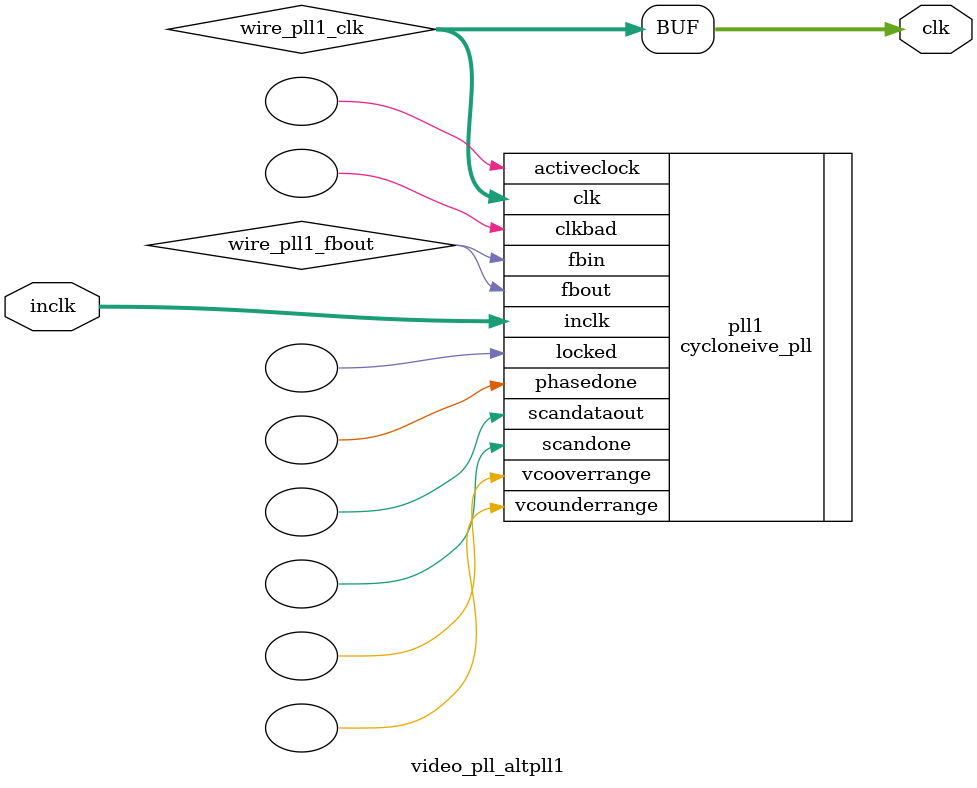
<source format=v>






//synthesis_resources = cycloneive_pll 1 
//synopsys translate_off
`timescale 1 ps / 1 ps
//synopsys translate_on
module  video_pll_altpll1
	( 
	clk,
	inclk) /* synthesis synthesis_clearbox=1 */;
	output   [4:0]  clk;
	input   [1:0]  inclk;
`ifndef ALTERA_RESERVED_QIS
// synopsys translate_off
`endif
	tri0   [1:0]  inclk;
`ifndef ALTERA_RESERVED_QIS
// synopsys translate_on
`endif

	wire  [4:0]   wire_pll1_clk;
	wire  wire_pll1_fbout;

	cycloneive_pll   pll1
	( 
	.activeclock(),
	.clk(wire_pll1_clk),
	.clkbad(),
	.fbin(wire_pll1_fbout),
	.fbout(wire_pll1_fbout),
	.inclk(inclk),
	.locked(),
	.phasedone(),
	.scandataout(),
	.scandone(),
	.vcooverrange(),
	.vcounderrange()
	`ifndef FORMAL_VERIFICATION
	// synopsys translate_off
	`endif
	,
	.areset(1'b0),
	.clkswitch(1'b0),
	.configupdate(1'b0),
	.pfdena(1'b1),
	.phasecounterselect({3{1'b0}}),
	.phasestep(1'b0),
	.phaseupdown(1'b0),
	.scanclk(1'b0),
	.scanclkena(1'b1),
	.scandata(1'b0)
	`ifndef FORMAL_VERIFICATION
	// synopsys translate_on
	`endif
	);
	defparam
		pll1.bandwidth_type = "auto",
		pll1.clk0_divide_by = 10,
		pll1.clk0_duty_cycle = 50,
		pll1.clk0_multiply_by = 13,
		pll1.clk0_phase_shift = "0",
		pll1.clk1_divide_by = 2,
		pll1.clk1_duty_cycle = 50,
		pll1.clk1_multiply_by = 13,
		pll1.clk1_phase_shift = "0",
		pll1.compensate_clock = "clk0",
		pll1.inclk0_input_frequency = 20000,
		pll1.operation_mode = "normal",
		pll1.pll_type = "auto",
		pll1.lpm_type = "cycloneive_pll";
	assign
		clk = {wire_pll1_clk[4:0]};
endmodule //video_pll_altpll1
//VALID FILE

</source>
